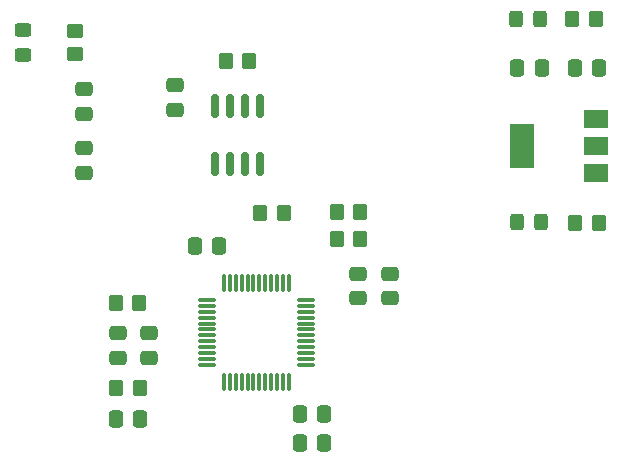
<source format=gbr>
%TF.GenerationSoftware,KiCad,Pcbnew,8.0.5*%
%TF.CreationDate,2024-10-29T23:06:17+07:00*%
%TF.ProjectId,inverter_vcu,696e7665-7274-4657-925f-7663752e6b69,rev?*%
%TF.SameCoordinates,Original*%
%TF.FileFunction,Paste,Top*%
%TF.FilePolarity,Positive*%
%FSLAX46Y46*%
G04 Gerber Fmt 4.6, Leading zero omitted, Abs format (unit mm)*
G04 Created by KiCad (PCBNEW 8.0.5) date 2024-10-29 23:06:17*
%MOMM*%
%LPD*%
G01*
G04 APERTURE LIST*
G04 Aperture macros list*
%AMRoundRect*
0 Rectangle with rounded corners*
0 $1 Rounding radius*
0 $2 $3 $4 $5 $6 $7 $8 $9 X,Y pos of 4 corners*
0 Add a 4 corners polygon primitive as box body*
4,1,4,$2,$3,$4,$5,$6,$7,$8,$9,$2,$3,0*
0 Add four circle primitives for the rounded corners*
1,1,$1+$1,$2,$3*
1,1,$1+$1,$4,$5*
1,1,$1+$1,$6,$7*
1,1,$1+$1,$8,$9*
0 Add four rect primitives between the rounded corners*
20,1,$1+$1,$2,$3,$4,$5,0*
20,1,$1+$1,$4,$5,$6,$7,0*
20,1,$1+$1,$6,$7,$8,$9,0*
20,1,$1+$1,$8,$9,$2,$3,0*%
G04 Aperture macros list end*
%ADD10RoundRect,0.250000X-0.350000X-0.450000X0.350000X-0.450000X0.350000X0.450000X-0.350000X0.450000X0*%
%ADD11RoundRect,0.250000X-0.475000X0.337500X-0.475000X-0.337500X0.475000X-0.337500X0.475000X0.337500X0*%
%ADD12RoundRect,0.250000X-0.337500X-0.475000X0.337500X-0.475000X0.337500X0.475000X-0.337500X0.475000X0*%
%ADD13RoundRect,0.250000X0.475000X-0.337500X0.475000X0.337500X-0.475000X0.337500X-0.475000X-0.337500X0*%
%ADD14RoundRect,0.250000X0.350000X0.450000X-0.350000X0.450000X-0.350000X-0.450000X0.350000X-0.450000X0*%
%ADD15RoundRect,0.250000X0.450000X-0.350000X0.450000X0.350000X-0.450000X0.350000X-0.450000X-0.350000X0*%
%ADD16RoundRect,0.075000X-0.662500X-0.075000X0.662500X-0.075000X0.662500X0.075000X-0.662500X0.075000X0*%
%ADD17RoundRect,0.075000X-0.075000X-0.662500X0.075000X-0.662500X0.075000X0.662500X-0.075000X0.662500X0*%
%ADD18RoundRect,0.250000X-0.325000X-0.450000X0.325000X-0.450000X0.325000X0.450000X-0.325000X0.450000X0*%
%ADD19RoundRect,0.150000X0.150000X-0.825000X0.150000X0.825000X-0.150000X0.825000X-0.150000X-0.825000X0*%
%ADD20RoundRect,0.250000X-0.450000X0.325000X-0.450000X-0.325000X0.450000X-0.325000X0.450000X0.325000X0*%
%ADD21RoundRect,0.250000X0.337500X0.475000X-0.337500X0.475000X-0.337500X-0.475000X0.337500X-0.475000X0*%
%ADD22R,2.000000X1.500000*%
%ADD23R,2.000000X3.800000*%
G04 APERTURE END LIST*
D10*
%TO.C,R3*%
X147700000Y-92500000D03*
X149700000Y-92500000D03*
%TD*%
D11*
%TO.C,C8*%
X152200000Y-97737500D03*
X152200000Y-99812500D03*
%TD*%
D12*
%TO.C,C1*%
X135662500Y-95400000D03*
X137737500Y-95400000D03*
%TD*%
D13*
%TO.C,C3*%
X131800000Y-104837500D03*
X131800000Y-102762500D03*
%TD*%
D11*
%TO.C,C4*%
X149500000Y-97737500D03*
X149500000Y-99812500D03*
%TD*%
D14*
%TO.C,R15*%
X131000000Y-100200000D03*
X129000000Y-100200000D03*
%TD*%
%TO.C,R10*%
X143200000Y-92600000D03*
X141200000Y-92600000D03*
%TD*%
D15*
%TO.C,R4*%
X125550000Y-79150000D03*
X125550000Y-77150000D03*
%TD*%
D13*
%TO.C,C7*%
X129200000Y-104837500D03*
X129200000Y-102762500D03*
%TD*%
D16*
%TO.C,U1*%
X136737500Y-99950000D03*
X136737500Y-100450000D03*
X136737500Y-100950000D03*
X136737500Y-101450000D03*
X136737500Y-101950000D03*
X136737500Y-102450000D03*
X136737500Y-102950000D03*
X136737500Y-103450000D03*
X136737500Y-103950000D03*
X136737500Y-104450000D03*
X136737500Y-104950000D03*
X136737500Y-105450000D03*
D17*
X138150000Y-106862500D03*
X138650000Y-106862500D03*
X139150000Y-106862500D03*
X139650000Y-106862500D03*
X140150000Y-106862500D03*
X140650000Y-106862500D03*
X141150000Y-106862500D03*
X141650000Y-106862500D03*
X142150000Y-106862500D03*
X142650000Y-106862500D03*
X143150000Y-106862500D03*
X143650000Y-106862500D03*
D16*
X145062500Y-105450000D03*
X145062500Y-104950000D03*
X145062500Y-104450000D03*
X145062500Y-103950000D03*
X145062500Y-103450000D03*
X145062500Y-102950000D03*
X145062500Y-102450000D03*
X145062500Y-101950000D03*
X145062500Y-101450000D03*
X145062500Y-100950000D03*
X145062500Y-100450000D03*
X145062500Y-99950000D03*
D17*
X143650000Y-98537500D03*
X143150000Y-98537500D03*
X142650000Y-98537500D03*
X142150000Y-98537500D03*
X141650000Y-98537500D03*
X141150000Y-98537500D03*
X140650000Y-98537500D03*
X140150000Y-98537500D03*
X139650000Y-98537500D03*
X139150000Y-98537500D03*
X138650000Y-98537500D03*
X138150000Y-98537500D03*
%TD*%
D10*
%TO.C,R16*%
X138300000Y-79700000D03*
X140300000Y-79700000D03*
%TD*%
D18*
%TO.C,5V*%
X162900000Y-76175000D03*
X164950000Y-76175000D03*
%TD*%
D10*
%TO.C,R17*%
X167650000Y-76175000D03*
X169650000Y-76175000D03*
%TD*%
D14*
%TO.C,R1*%
X131050000Y-107400000D03*
X129050000Y-107400000D03*
%TD*%
D10*
%TO.C,R2*%
X147700000Y-94800000D03*
X149700000Y-94800000D03*
%TD*%
D19*
%TO.C,U2*%
X137395000Y-88475000D03*
X138665000Y-88475000D03*
X139935000Y-88475000D03*
X141205000Y-88475000D03*
X141205000Y-83525000D03*
X139935000Y-83525000D03*
X138665000Y-83525000D03*
X137395000Y-83525000D03*
%TD*%
D10*
%TO.C,R18*%
X167900000Y-93400000D03*
X169900000Y-93400000D03*
%TD*%
D20*
%TO.C,D1*%
X121150000Y-77125000D03*
X121150000Y-79175000D03*
%TD*%
D21*
%TO.C,C13*%
X169937500Y-80300000D03*
X167862500Y-80300000D03*
%TD*%
D11*
%TO.C,C10*%
X126275000Y-82100000D03*
X126275000Y-84175000D03*
%TD*%
D13*
%TO.C,C9*%
X126275000Y-89175000D03*
X126275000Y-87100000D03*
%TD*%
D18*
%TO.C,3v3*%
X162952500Y-93360000D03*
X165002500Y-93360000D03*
%TD*%
D12*
%TO.C,C2*%
X129012500Y-110000000D03*
X131087500Y-110000000D03*
%TD*%
D11*
%TO.C,C11*%
X134000000Y-81762500D03*
X134000000Y-83837500D03*
%TD*%
D22*
%TO.C,U4*%
X169650000Y-89200000D03*
X169650000Y-86900000D03*
D23*
X163350000Y-86900000D03*
D22*
X169650000Y-84600000D03*
%TD*%
D21*
%TO.C,C5*%
X146650000Y-109600000D03*
X144575000Y-109600000D03*
%TD*%
%TO.C,C6*%
X146650000Y-112100000D03*
X144575000Y-112100000D03*
%TD*%
D12*
%TO.C,C14*%
X162985000Y-80340000D03*
X165060000Y-80340000D03*
%TD*%
M02*

</source>
